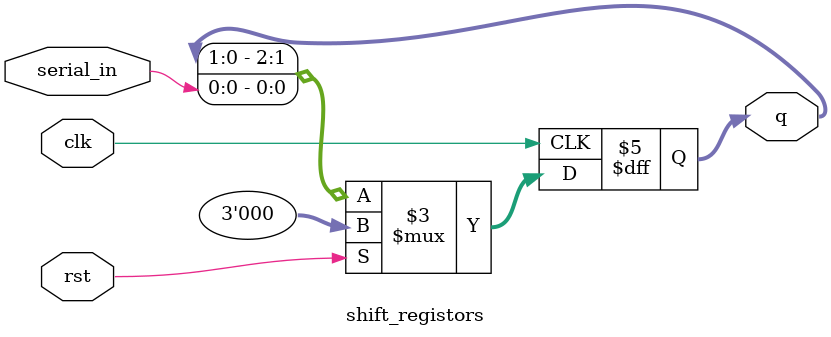
<source format=v>
module  shift_registors(
    input  wire clk,     // clock input
    input  wire rst,     // synchronous reset
    input  wire serial_in, // serial data input
    output reg  [2:0] q   // 3-bit register output
);

always @(posedge clk) begin
    if (rst)
        q <= 3'b000;          // reset all bits
    else
        q <= {q[1:0], serial_in}; // shift left
end

endmodule

</source>
